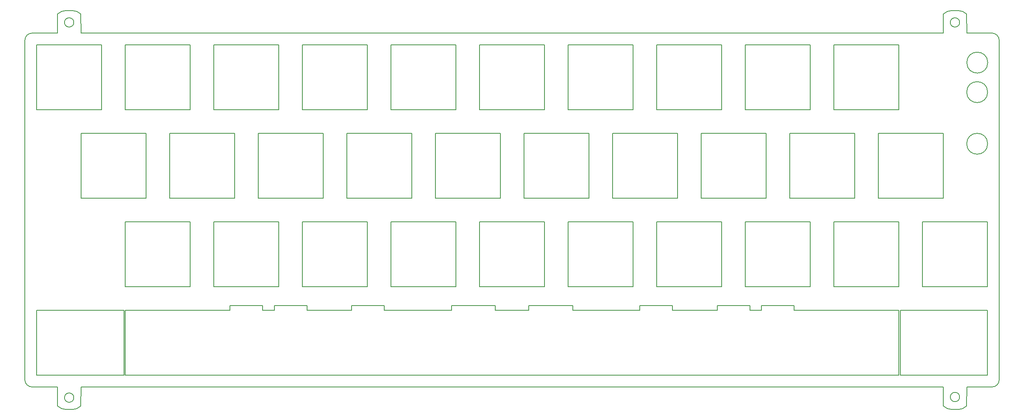
<source format=gbr>
%TF.GenerationSoftware,KiCad,Pcbnew,(6.0.7)*%
%TF.CreationDate,2023-01-01T22:38:36+01:00*%
%TF.ProjectId,Didaktik multilayout switchplate,44696461-6b74-4696-9b20-6d756c74696c,rev?*%
%TF.SameCoordinates,Original*%
%TF.FileFunction,Paste,Top*%
%TF.FilePolarity,Positive*%
%FSLAX46Y46*%
G04 Gerber Fmt 4.6, Leading zero omitted, Abs format (unit mm)*
G04 Created by KiCad (PCBNEW (6.0.7)) date 2023-01-01 22:38:36*
%MOMM*%
%LPD*%
G01*
G04 APERTURE LIST*
%TA.AperFunction,Profile*%
%ADD10C,0.200000*%
%TD*%
%TA.AperFunction,Profile*%
%ADD11C,0.150000*%
%TD*%
G04 APERTURE END LIST*
D10*
X238790000Y-105440000D02*
X238790000Y-91440000D01*
X125928000Y-105440000D02*
X129252500Y-105440000D01*
X76865000Y-53340000D02*
X62865000Y-53340000D01*
X148590000Y-72390000D02*
X148590000Y-86390000D01*
X110490000Y-72390000D02*
X110490000Y-86390000D01*
X224790000Y-86390000D02*
X238790000Y-86390000D01*
X34290000Y-91440000D02*
X34290000Y-105440000D01*
X129540000Y-105440000D02*
X130515000Y-105440000D01*
X191165000Y-105440000D02*
X196215000Y-105440000D01*
X229235645Y-107944387D02*
X43815000Y-107944387D01*
X229249132Y-112019616D02*
G75*
G03*
X231140645Y-112803103I1891468J1891416D01*
G01*
X41910645Y-112803103D02*
X40640645Y-112803103D01*
X110490000Y-91440000D02*
X109052000Y-91440000D01*
X92415000Y-90440000D02*
X85415000Y-90440000D01*
X200690000Y-48290000D02*
X200690000Y-34290000D01*
X238790000Y-91440000D02*
X234027500Y-91440000D01*
X205740000Y-86390000D02*
X219740000Y-86390000D01*
X196215000Y-67340000D02*
X210215000Y-67340000D01*
X177165000Y-53340000D02*
X177165000Y-67340000D01*
X33337500Y-31750000D02*
X38735000Y-31750000D01*
X72390000Y-105440000D02*
X75890000Y-105440000D01*
X124490000Y-48290000D02*
X124490000Y-34290000D01*
X172115000Y-105440000D02*
X177165000Y-105440000D01*
X129540000Y-72390000D02*
X129540000Y-86390000D01*
X171028000Y-91440000D02*
X171028000Y-90440000D01*
X82890000Y-105440000D02*
X85415000Y-105440000D01*
X190190000Y-91440000D02*
X187665000Y-91440000D01*
X95915000Y-67340000D02*
X95915000Y-53340000D01*
X148590000Y-48290000D02*
X162590000Y-48290000D01*
X181640000Y-34290000D02*
X167640000Y-34290000D01*
X114965000Y-91440000D02*
X110490000Y-91440000D01*
X53052500Y-91440000D02*
X48290000Y-91440000D01*
X172115000Y-91440000D02*
X171028000Y-91440000D01*
X62865000Y-53340000D02*
X62865000Y-67340000D01*
X134015000Y-91440000D02*
X132928000Y-91440000D01*
X186690000Y-86390000D02*
X200690000Y-86390000D01*
X229265000Y-67340000D02*
X229265000Y-53340000D01*
X86390000Y-105440000D02*
X91440000Y-105440000D01*
X43815000Y-53340000D02*
X43815000Y-67340000D01*
X162590000Y-91440000D02*
X158115000Y-91440000D01*
X177165000Y-105440000D02*
X180665000Y-105440000D01*
X124490000Y-34290000D02*
X110490000Y-34290000D01*
X162590000Y-105440000D02*
X164028000Y-105440000D01*
X41910645Y-112803093D02*
G75*
G03*
X43802156Y-112019614I55J2674893D01*
G01*
X187665000Y-90440000D02*
X180665000Y-90440000D01*
X148590000Y-34290000D02*
X148590000Y-48290000D01*
X43800850Y-27674789D02*
G75*
G03*
X41909355Y-26891284I-1891450J-1891311D01*
G01*
X120015000Y-105440000D02*
X123515000Y-105440000D01*
X186690000Y-72390000D02*
X186690000Y-86390000D01*
X91440000Y-34290000D02*
X91440000Y-48290000D01*
X172115000Y-67340000D02*
X172115000Y-53340000D01*
X241300000Y-33337500D02*
G75*
G03*
X239712500Y-31750000I-1587500J0D01*
G01*
X239712500Y-107952798D02*
G75*
G03*
X241300000Y-106362500I-2800J1590298D01*
G01*
X232410645Y-112803122D02*
G75*
G03*
X234302156Y-112019614I55J2674822D01*
G01*
X86390000Y-34290000D02*
X72390000Y-34290000D01*
X114965000Y-105440000D02*
X115252500Y-105440000D01*
X139065000Y-105440000D02*
X140152000Y-105440000D01*
X39052500Y-105440000D02*
X48290000Y-105440000D01*
X181640000Y-48290000D02*
X181640000Y-34290000D01*
X53052500Y-105440000D02*
X53052500Y-91440000D01*
X186690000Y-105440000D02*
X187665000Y-105440000D01*
X219740000Y-86390000D02*
X219740000Y-72390000D01*
X205740000Y-48290000D02*
X219740000Y-48290000D01*
X62865000Y-67340000D02*
X76865000Y-67340000D01*
X53340000Y-48290000D02*
X67340000Y-48290000D01*
X238822361Y-38112584D02*
G75*
G03*
X238822361Y-38112584I-2250000J0D01*
G01*
X164028000Y-105440000D02*
X167640000Y-105440000D01*
X40639355Y-26891284D02*
X41909355Y-26891284D01*
X140152000Y-90440000D02*
X140152000Y-91440000D01*
X38735000Y-107944387D02*
X33337500Y-107950000D01*
X238790000Y-86390000D02*
X238790000Y-72390000D01*
X38747844Y-27674773D02*
X38735000Y-31750000D01*
X67340000Y-105440000D02*
X72390000Y-105440000D01*
X91440000Y-86390000D02*
X105440000Y-86390000D01*
X95915000Y-53340000D02*
X81915000Y-53340000D01*
X34290000Y-48290000D02*
X48290000Y-48290000D01*
X43815000Y-67340000D02*
X57815000Y-67340000D01*
X220027500Y-91440000D02*
X220027500Y-105440000D01*
X177165000Y-91440000D02*
X172115000Y-91440000D01*
X125928000Y-90440000D02*
X123515000Y-90440000D01*
X187665000Y-91440000D02*
X187665000Y-90440000D01*
X43800866Y-27674773D02*
X43814355Y-31750000D01*
X162590000Y-34290000D02*
X148590000Y-34290000D01*
X197190000Y-91440000D02*
X197190000Y-90440000D01*
X53340000Y-91440000D02*
X53340000Y-105440000D01*
X130515000Y-90440000D02*
X125928000Y-90440000D01*
X124490000Y-86390000D02*
X124490000Y-72390000D01*
X109052000Y-91440000D02*
X109052000Y-90440000D01*
X180665000Y-105440000D02*
X181640000Y-105440000D01*
X153065000Y-67340000D02*
X153065000Y-53340000D01*
X43802156Y-112019614D02*
X43815000Y-107944387D01*
X115252500Y-91440000D02*
X114965000Y-91440000D01*
X167640000Y-48290000D02*
X181640000Y-48290000D01*
X210215000Y-91440000D02*
X205740000Y-91440000D01*
X67340000Y-72390000D02*
X53340000Y-72390000D01*
X153065000Y-105440000D02*
X157827500Y-105440000D01*
X120015000Y-91440000D02*
X115252500Y-91440000D01*
X229247844Y-27674773D02*
X229235000Y-31750000D01*
X224790000Y-72390000D02*
X224790000Y-86390000D01*
X219740000Y-105440000D02*
X219740000Y-91440000D01*
X110490000Y-34290000D02*
X110490000Y-48290000D01*
X149565000Y-91440000D02*
X149565000Y-90440000D01*
X95915000Y-91440000D02*
X92415000Y-91440000D01*
X140152000Y-105440000D02*
X142565000Y-105440000D01*
X92415000Y-91440000D02*
X92415000Y-90440000D01*
X186690000Y-34290000D02*
X186690000Y-48290000D01*
X110490000Y-86390000D02*
X124490000Y-86390000D01*
X81915000Y-67340000D02*
X95915000Y-67340000D01*
X102052000Y-105440000D02*
X105440000Y-105440000D01*
X197190000Y-105440000D02*
X200690000Y-105440000D01*
X105440000Y-34290000D02*
X91440000Y-34290000D01*
X234302156Y-112019614D02*
X234315000Y-107944387D01*
X124490000Y-105440000D02*
X125928000Y-105440000D01*
X140152000Y-91440000D02*
X139065000Y-91440000D01*
X180665000Y-91440000D02*
X177165000Y-91440000D01*
X191165000Y-67340000D02*
X191165000Y-53340000D01*
X162590000Y-86390000D02*
X162590000Y-72390000D01*
X53340000Y-34290000D02*
X53340000Y-48290000D01*
X48290000Y-48290000D02*
X48290000Y-34290000D01*
X229265000Y-53340000D02*
X215265000Y-53340000D01*
X167640000Y-34290000D02*
X167640000Y-48290000D01*
X229249134Y-112019614D02*
X229235645Y-107944387D01*
X180665000Y-90440000D02*
X180665000Y-91440000D01*
X39052500Y-91440000D02*
X34290000Y-91440000D01*
X219740000Y-48290000D02*
X219740000Y-34290000D01*
X72390000Y-48290000D02*
X86390000Y-48290000D01*
X167640000Y-72390000D02*
X167640000Y-86390000D01*
X200690000Y-34290000D02*
X186690000Y-34290000D01*
X149565000Y-90440000D02*
X147152000Y-90440000D01*
X62865000Y-105440000D02*
X67340000Y-105440000D01*
X234027500Y-105440000D02*
X238790000Y-105440000D01*
X72390000Y-72390000D02*
X72390000Y-86390000D01*
X197190000Y-90440000D02*
X190190000Y-90440000D01*
X33337500Y-31750000D02*
G75*
G03*
X31750000Y-33337500I0J-1587500D01*
G01*
X72390000Y-34290000D02*
X72390000Y-48290000D01*
X147152000Y-90440000D02*
X142565000Y-90440000D01*
X205740000Y-34290000D02*
X205740000Y-48290000D01*
X53340000Y-72390000D02*
X53340000Y-86390000D01*
X67340000Y-86390000D02*
X67340000Y-72390000D01*
X234315000Y-31750000D02*
X239712500Y-31750000D01*
X100965000Y-53340000D02*
X100965000Y-67340000D01*
X82890000Y-91440000D02*
X82890000Y-90440000D01*
X215265000Y-53340000D02*
X215265000Y-67340000D01*
X114965000Y-53340000D02*
X100965000Y-53340000D01*
X91440000Y-105440000D02*
X92415000Y-105440000D01*
X85415000Y-91440000D02*
X82890000Y-91440000D01*
X238790000Y-72390000D02*
X224790000Y-72390000D01*
X102052000Y-90440000D02*
X102052000Y-91440000D01*
X57815000Y-53340000D02*
X43815000Y-53340000D01*
X238799797Y-44462584D02*
G75*
G03*
X238799797Y-44462584I-2250000J0D01*
G01*
X134015000Y-53340000D02*
X120015000Y-53340000D01*
X85415000Y-90440000D02*
X85415000Y-91440000D01*
X129540000Y-34290000D02*
X129540000Y-48290000D01*
X86390000Y-48290000D02*
X86390000Y-34290000D01*
X190190000Y-105440000D02*
X191165000Y-105440000D01*
X190190000Y-90440000D02*
X190190000Y-91440000D01*
X187665000Y-105440000D02*
X190190000Y-105440000D01*
X149565000Y-105440000D02*
X153065000Y-105440000D01*
X143540000Y-72390000D02*
X129540000Y-72390000D01*
X167640000Y-105440000D02*
X171028000Y-105440000D01*
X205740000Y-91440000D02*
X200690000Y-91440000D01*
X130515000Y-105440000D02*
X132928000Y-105440000D01*
X53340000Y-86390000D02*
X67340000Y-86390000D01*
X167640000Y-86390000D02*
X181640000Y-86390000D01*
X72390000Y-86390000D02*
X86390000Y-86390000D01*
X105440000Y-72390000D02*
X91440000Y-72390000D01*
X210215000Y-105440000D02*
X219740000Y-105440000D01*
X143540000Y-105440000D02*
X143827500Y-105440000D01*
X232775000Y-110103387D02*
G75*
G03*
X232775000Y-110103387I-1000000J0D01*
G01*
X158115000Y-105440000D02*
X162590000Y-105440000D01*
X132928000Y-90440000D02*
X130515000Y-90440000D01*
X67340000Y-48290000D02*
X67340000Y-34290000D01*
X72390000Y-91440000D02*
X67340000Y-91440000D01*
X224790000Y-105440000D02*
X234027500Y-105440000D01*
X81915000Y-105440000D02*
X82890000Y-105440000D01*
X142565000Y-105440000D02*
X143540000Y-105440000D01*
X177165000Y-67340000D02*
X191165000Y-67340000D01*
X219740000Y-34290000D02*
X205740000Y-34290000D01*
X48290000Y-91440000D02*
X39052500Y-91440000D01*
X224790000Y-91440000D02*
X220027500Y-91440000D01*
X132928000Y-91440000D02*
X132928000Y-90440000D01*
X238802500Y-55577500D02*
G75*
G03*
X238802500Y-55577500I-2250000J0D01*
G01*
X132928000Y-105440000D02*
X134015000Y-105440000D01*
X38749134Y-112019614D02*
X38735000Y-107944387D01*
X143540000Y-48290000D02*
X143540000Y-34290000D01*
X164028000Y-91440000D02*
X162590000Y-91440000D01*
X172115000Y-53340000D02*
X158115000Y-53340000D01*
X186690000Y-48290000D02*
X200690000Y-48290000D01*
X124490000Y-72390000D02*
X110490000Y-72390000D01*
X196215000Y-53340000D02*
X196215000Y-67340000D01*
X143540000Y-86390000D02*
X143540000Y-72390000D01*
X162590000Y-72390000D02*
X148590000Y-72390000D01*
X157827500Y-105440000D02*
X158115000Y-105440000D01*
X164028000Y-90440000D02*
X164028000Y-91440000D01*
X200690000Y-72390000D02*
X186690000Y-72390000D01*
X148590000Y-105440000D02*
X149565000Y-105440000D01*
X57815000Y-67340000D02*
X57815000Y-53340000D01*
X109052000Y-105440000D02*
X110490000Y-105440000D01*
X143540000Y-34290000D02*
X129540000Y-34290000D01*
X91440000Y-48290000D02*
X105440000Y-48290000D01*
X102052000Y-91440000D02*
X100965000Y-91440000D01*
X143827500Y-105440000D02*
X147152000Y-105440000D01*
X171028000Y-90440000D02*
X164028000Y-90440000D01*
X105440000Y-105440000D02*
X109052000Y-105440000D01*
X31750000Y-106489500D02*
X31750000Y-33337500D01*
X129252500Y-105440000D02*
X129540000Y-105440000D01*
X231139355Y-26891298D02*
G75*
G03*
X229247844Y-27674773I-55J-2674902D01*
G01*
X82890000Y-90440000D02*
X75890000Y-90440000D01*
X75890000Y-90440000D02*
X75890000Y-91440000D01*
X234300866Y-27674773D02*
X234315000Y-31750000D01*
X139065000Y-91440000D02*
X134015000Y-91440000D01*
X205740000Y-105440000D02*
X210215000Y-105440000D01*
X181640000Y-105440000D02*
X186690000Y-105440000D01*
X147152000Y-105440000D02*
X148590000Y-105440000D01*
X34290000Y-34290000D02*
X34290000Y-48290000D01*
X162590000Y-48290000D02*
X162590000Y-34290000D01*
X100965000Y-67340000D02*
X114965000Y-67340000D01*
X81915000Y-53340000D02*
X81915000Y-67340000D01*
X200690000Y-105440000D02*
X205740000Y-105440000D01*
X109052000Y-90440000D02*
X102052000Y-90440000D01*
X158115000Y-91440000D02*
X157827500Y-91440000D01*
X153065000Y-91440000D02*
X149565000Y-91440000D01*
X215265000Y-67340000D02*
X229265000Y-67340000D01*
X158115000Y-67340000D02*
X172115000Y-67340000D01*
X76865000Y-105440000D02*
X81915000Y-105440000D01*
X234300850Y-27674789D02*
G75*
G03*
X232409355Y-26891284I-1891450J-1891311D01*
G01*
X210215000Y-67340000D02*
X210215000Y-53340000D01*
X85415000Y-105440000D02*
X86390000Y-105440000D01*
X76865000Y-67340000D02*
X76865000Y-53340000D01*
X134015000Y-105440000D02*
X139065000Y-105440000D01*
X34290000Y-105440000D02*
X39052500Y-105440000D01*
X110490000Y-105440000D02*
X114965000Y-105440000D01*
X129540000Y-48290000D02*
X143540000Y-48290000D01*
X153065000Y-53340000D02*
X139065000Y-53340000D01*
X142565000Y-90440000D02*
X140152000Y-90440000D01*
X100965000Y-91440000D02*
X95915000Y-91440000D01*
X129540000Y-86390000D02*
X143540000Y-86390000D01*
X48290000Y-34290000D02*
X34290000Y-34290000D01*
X86390000Y-72390000D02*
X72390000Y-72390000D01*
X234027500Y-91440000D02*
X224790000Y-91440000D01*
X171028000Y-105440000D02*
X172115000Y-105440000D01*
X100965000Y-105440000D02*
X102052000Y-105440000D01*
X158115000Y-53340000D02*
X158115000Y-67340000D01*
X120015000Y-67340000D02*
X134015000Y-67340000D01*
X181640000Y-86390000D02*
X181640000Y-72390000D01*
X115252500Y-105440000D02*
X120015000Y-105440000D01*
X67340000Y-34290000D02*
X53340000Y-34290000D01*
X105440000Y-48290000D02*
X105440000Y-34290000D01*
X232410645Y-112803103D02*
X231140645Y-112803103D01*
X220027500Y-105440000D02*
X224790000Y-105440000D01*
X239712500Y-107952807D02*
X234315000Y-107944387D01*
X219740000Y-72390000D02*
X205740000Y-72390000D01*
X53340000Y-105440000D02*
X62865000Y-105440000D01*
X42275000Y-29458387D02*
G75*
G03*
X42275000Y-29458387I-1000000J0D01*
G01*
X200690000Y-86390000D02*
X200690000Y-72390000D01*
X181640000Y-72390000D02*
X167640000Y-72390000D01*
X241300000Y-33337500D02*
X241300000Y-106362500D01*
X91440000Y-72390000D02*
X91440000Y-86390000D01*
X134015000Y-67340000D02*
X134015000Y-53340000D01*
X139065000Y-53340000D02*
X139065000Y-67340000D01*
X38749111Y-112019637D02*
G75*
G03*
X40640645Y-112803103I1891489J1891537D01*
G01*
X123515000Y-105440000D02*
X124490000Y-105440000D01*
X191165000Y-53340000D02*
X177165000Y-53340000D01*
X48290000Y-105440000D02*
X53052500Y-105440000D01*
X219740000Y-91440000D02*
X210215000Y-91440000D01*
X232775000Y-29458387D02*
G75*
G03*
X232775000Y-29458387I-1000000J0D01*
G01*
X205740000Y-72390000D02*
X205740000Y-86390000D01*
X231139355Y-26891284D02*
X232409355Y-26891284D01*
X95915000Y-105440000D02*
X100965000Y-105440000D01*
X67340000Y-91440000D02*
X62865000Y-91440000D01*
D11*
X31750020Y-106489498D02*
G75*
G03*
X33337500Y-107950000I1587480J132498D01*
G01*
D10*
X210215000Y-53340000D02*
X196215000Y-53340000D01*
X62865000Y-91440000D02*
X53340000Y-91440000D01*
X157827500Y-91440000D02*
X153065000Y-91440000D01*
X114965000Y-67340000D02*
X114965000Y-53340000D01*
X196215000Y-105440000D02*
X197190000Y-105440000D01*
X123515000Y-91440000D02*
X120015000Y-91440000D01*
X86390000Y-86390000D02*
X86390000Y-72390000D01*
X139065000Y-67340000D02*
X153065000Y-67340000D01*
X43814355Y-31750000D02*
X229235000Y-31750000D01*
X75890000Y-105440000D02*
X76865000Y-105440000D01*
X42275000Y-110236000D02*
G75*
G03*
X42275000Y-110236000I-1000000J0D01*
G01*
X123515000Y-90440000D02*
X123515000Y-91440000D01*
X148590000Y-86390000D02*
X162590000Y-86390000D01*
X105440000Y-86390000D02*
X105440000Y-72390000D01*
X120015000Y-53340000D02*
X120015000Y-67340000D01*
X75890000Y-91440000D02*
X72390000Y-91440000D01*
X92415000Y-105440000D02*
X95915000Y-105440000D01*
X110490000Y-48290000D02*
X124490000Y-48290000D01*
X200690000Y-91440000D02*
X197190000Y-91440000D01*
X40639355Y-26891298D02*
G75*
G03*
X38747844Y-27674773I-55J-2674902D01*
G01*
M02*

</source>
